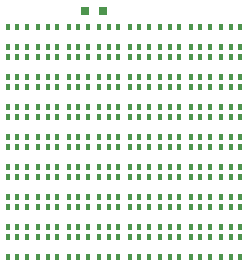
<source format=gbr>
G04 EAGLE Gerber RS-274X export*
G75*
%MOMM*%
%FSLAX34Y34*%
%LPD*%
%INSolderpaste Top*%
%IPPOS*%
%AMOC8*
5,1,8,0,0,1.08239X$1,22.5*%
G01*
%ADD10R,0.800000X0.800000*%
%ADD11R,0.300000X0.600000*%


D10*
X-32900Y284163D03*
X-17900Y284163D03*
D11*
X-72634Y118038D03*
X-72634Y101038D03*
X-64634Y101038D03*
X-56634Y101038D03*
X-56634Y118038D03*
X-64634Y118038D03*
X-46780Y118038D03*
X-46780Y101038D03*
X-38780Y101038D03*
X-30780Y101038D03*
X-30780Y118038D03*
X-38780Y118038D03*
X-20927Y118038D03*
X-20927Y101038D03*
X-12927Y101038D03*
X-4927Y101038D03*
X-4927Y118038D03*
X-12927Y118038D03*
X4927Y118038D03*
X4927Y101038D03*
X12927Y101038D03*
X20927Y101038D03*
X20927Y118038D03*
X12927Y118038D03*
X30780Y118038D03*
X30780Y101038D03*
X38780Y101038D03*
X46780Y101038D03*
X46780Y118038D03*
X38780Y118038D03*
X56634Y118038D03*
X56634Y101038D03*
X64634Y101038D03*
X72634Y101038D03*
X72634Y118038D03*
X64634Y118038D03*
X82488Y118038D03*
X82488Y101038D03*
X90488Y101038D03*
X98488Y101038D03*
X98488Y118038D03*
X90488Y118038D03*
X-98488Y143438D03*
X-98488Y126438D03*
X-90488Y126438D03*
X-82488Y126438D03*
X-82488Y143438D03*
X-90488Y143438D03*
X-72634Y143438D03*
X-72634Y126438D03*
X-64634Y126438D03*
X-56634Y126438D03*
X-56634Y143438D03*
X-64634Y143438D03*
X-46780Y143438D03*
X-46780Y126438D03*
X-38780Y126438D03*
X-30780Y126438D03*
X-30780Y143438D03*
X-38780Y143438D03*
X-20927Y143438D03*
X-20927Y126438D03*
X-12927Y126438D03*
X-4927Y126438D03*
X-4927Y143438D03*
X-12927Y143438D03*
X4927Y143438D03*
X4927Y126438D03*
X12927Y126438D03*
X20927Y126438D03*
X20927Y143438D03*
X12927Y143438D03*
X30780Y143438D03*
X30780Y126438D03*
X38780Y126438D03*
X46780Y126438D03*
X46780Y143438D03*
X38780Y143438D03*
X56634Y143438D03*
X56634Y126438D03*
X64634Y126438D03*
X72634Y126438D03*
X72634Y143438D03*
X64634Y143438D03*
X82488Y143438D03*
X82488Y126438D03*
X90488Y126438D03*
X98488Y126438D03*
X98488Y143438D03*
X90488Y143438D03*
X-98488Y168838D03*
X-98488Y151838D03*
X-90488Y151838D03*
X-82488Y151838D03*
X-82488Y168838D03*
X-90488Y168838D03*
X-72634Y168838D03*
X-72634Y151838D03*
X-64634Y151838D03*
X-56634Y151838D03*
X-56634Y168838D03*
X-64634Y168838D03*
X-46780Y168838D03*
X-46780Y151838D03*
X-38780Y151838D03*
X-30780Y151838D03*
X-30780Y168838D03*
X-38780Y168838D03*
X-20927Y168838D03*
X-20927Y151838D03*
X-12927Y151838D03*
X-4927Y151838D03*
X-4927Y168838D03*
X-12927Y168838D03*
X4927Y168838D03*
X4927Y151838D03*
X12927Y151838D03*
X20927Y151838D03*
X20927Y168838D03*
X12927Y168838D03*
X30780Y168838D03*
X30780Y151838D03*
X38780Y151838D03*
X46780Y151838D03*
X46780Y168838D03*
X38780Y168838D03*
X56634Y168838D03*
X56634Y151838D03*
X64634Y151838D03*
X72634Y151838D03*
X72634Y168838D03*
X64634Y168838D03*
X82488Y168838D03*
X82488Y151838D03*
X90488Y151838D03*
X98488Y151838D03*
X98488Y168838D03*
X90488Y168838D03*
X-98488Y194238D03*
X-98488Y177238D03*
X-90488Y177238D03*
X-82488Y177238D03*
X-82488Y194238D03*
X-90488Y194238D03*
X-72634Y194238D03*
X-72634Y177238D03*
X-64634Y177238D03*
X-56634Y177238D03*
X-56634Y194238D03*
X-64634Y194238D03*
X-46780Y194238D03*
X-46780Y177238D03*
X-38780Y177238D03*
X-30780Y177238D03*
X-30780Y194238D03*
X-38780Y194238D03*
X-20927Y194238D03*
X-20927Y177238D03*
X-12927Y177238D03*
X-4927Y177238D03*
X-4927Y194238D03*
X-12927Y194238D03*
X4927Y194238D03*
X4927Y177238D03*
X12927Y177238D03*
X20927Y177238D03*
X20927Y194238D03*
X12927Y194238D03*
X30780Y194238D03*
X30780Y177238D03*
X38780Y177238D03*
X46780Y177238D03*
X46780Y194238D03*
X38780Y194238D03*
X56634Y194238D03*
X56634Y177238D03*
X64634Y177238D03*
X72634Y177238D03*
X72634Y194238D03*
X64634Y194238D03*
X82488Y194238D03*
X82488Y177238D03*
X90488Y177238D03*
X98488Y177238D03*
X98488Y194238D03*
X90488Y194238D03*
X-98488Y219638D03*
X-98488Y202638D03*
X-90488Y202638D03*
X-82488Y202638D03*
X-82488Y219638D03*
X-90488Y219638D03*
X-72634Y219638D03*
X-72634Y202638D03*
X-64634Y202638D03*
X-56634Y202638D03*
X-56634Y219638D03*
X-64634Y219638D03*
X-46780Y219638D03*
X-46780Y202638D03*
X-38780Y202638D03*
X-30780Y202638D03*
X-30780Y219638D03*
X-38780Y219638D03*
X-20927Y219638D03*
X-20927Y202638D03*
X-12927Y202638D03*
X-4927Y202638D03*
X-4927Y219638D03*
X-12927Y219638D03*
X4927Y219638D03*
X4927Y202638D03*
X12927Y202638D03*
X20927Y202638D03*
X20927Y219638D03*
X12927Y219638D03*
X30780Y219638D03*
X30780Y202638D03*
X38780Y202638D03*
X46780Y202638D03*
X46780Y219638D03*
X38780Y219638D03*
X56634Y219638D03*
X56634Y202638D03*
X64634Y202638D03*
X72634Y202638D03*
X72634Y219638D03*
X64634Y219638D03*
X82488Y219638D03*
X82488Y202638D03*
X90488Y202638D03*
X98488Y202638D03*
X98488Y219638D03*
X90488Y219638D03*
X-98488Y245038D03*
X-98488Y228038D03*
X-90488Y228038D03*
X-82488Y228038D03*
X-82488Y245038D03*
X-90488Y245038D03*
X-72634Y245038D03*
X-72634Y228038D03*
X-64634Y228038D03*
X-56634Y228038D03*
X-56634Y245038D03*
X-64634Y245038D03*
X-46780Y245038D03*
X-46780Y228038D03*
X-38780Y228038D03*
X-30780Y228038D03*
X-30780Y245038D03*
X-38780Y245038D03*
X-20927Y245038D03*
X-20927Y228038D03*
X-12927Y228038D03*
X-4927Y228038D03*
X-4927Y245038D03*
X-12927Y245038D03*
X4927Y245038D03*
X4927Y228038D03*
X12927Y228038D03*
X20927Y228038D03*
X20927Y245038D03*
X12927Y245038D03*
X30780Y245038D03*
X30780Y228038D03*
X38780Y228038D03*
X46780Y228038D03*
X46780Y245038D03*
X38780Y245038D03*
X56634Y245038D03*
X56634Y228038D03*
X64634Y228038D03*
X72634Y228038D03*
X72634Y245038D03*
X64634Y245038D03*
X82488Y245038D03*
X82488Y228038D03*
X90488Y228038D03*
X98488Y228038D03*
X98488Y245038D03*
X90488Y245038D03*
X-98488Y270438D03*
X-98488Y253438D03*
X-90488Y253438D03*
X-82488Y253438D03*
X-82488Y270438D03*
X-90488Y270438D03*
X-72634Y270438D03*
X-72634Y253438D03*
X-64634Y253438D03*
X-56634Y253438D03*
X-56634Y270438D03*
X-64634Y270438D03*
X-46780Y270438D03*
X-46780Y253438D03*
X-38780Y253438D03*
X-30780Y253438D03*
X-30780Y270438D03*
X-38780Y270438D03*
X-20927Y270438D03*
X-20927Y253438D03*
X-12927Y253438D03*
X-4927Y253438D03*
X-4927Y270438D03*
X-12927Y270438D03*
X4927Y270438D03*
X4927Y253438D03*
X12927Y253438D03*
X20927Y253438D03*
X20927Y270438D03*
X12927Y270438D03*
X30780Y270438D03*
X30780Y253438D03*
X38780Y253438D03*
X46780Y253438D03*
X46780Y270438D03*
X38780Y270438D03*
X56634Y270438D03*
X56634Y253438D03*
X64634Y253438D03*
X72634Y253438D03*
X72634Y270438D03*
X64634Y270438D03*
X82488Y270438D03*
X82488Y253438D03*
X90488Y253438D03*
X98488Y253438D03*
X98488Y270438D03*
X90488Y270438D03*
X-98488Y92638D03*
X-98488Y75638D03*
X-90488Y75638D03*
X-82488Y75638D03*
X-82488Y92638D03*
X-90488Y92638D03*
X-72634Y92638D03*
X-72634Y75638D03*
X-64634Y75638D03*
X-56634Y75638D03*
X-56634Y92638D03*
X-64634Y92638D03*
X-46780Y92638D03*
X-46780Y75638D03*
X-38780Y75638D03*
X-30780Y75638D03*
X-30780Y92638D03*
X-38780Y92638D03*
X-20927Y92638D03*
X-20927Y75638D03*
X-12927Y75638D03*
X-4927Y75638D03*
X-4927Y92638D03*
X-12927Y92638D03*
X4927Y92638D03*
X4927Y75638D03*
X12927Y75638D03*
X20927Y75638D03*
X20927Y92638D03*
X12927Y92638D03*
X30780Y92638D03*
X30780Y75638D03*
X38780Y75638D03*
X46780Y75638D03*
X46780Y92638D03*
X38780Y92638D03*
X56634Y92638D03*
X56634Y75638D03*
X64634Y75638D03*
X72634Y75638D03*
X72634Y92638D03*
X64634Y92638D03*
X82488Y92638D03*
X82488Y75638D03*
X90488Y75638D03*
X98488Y75638D03*
X98488Y92638D03*
X90488Y92638D03*
X-98488Y118038D03*
X-98488Y101038D03*
X-90488Y101038D03*
X-82488Y101038D03*
X-82488Y118038D03*
X-90488Y118038D03*
M02*

</source>
